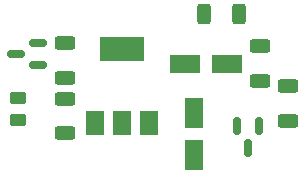
<source format=gtp>
G04 #@! TF.GenerationSoftware,KiCad,Pcbnew,8.0.5*
G04 #@! TF.CreationDate,2024-10-02T19:17:24-04:00*
G04 #@! TF.ProjectId,pcb_chip,7063625f-6368-4697-902e-6b696361645f,rev?*
G04 #@! TF.SameCoordinates,Original*
G04 #@! TF.FileFunction,Paste,Top*
G04 #@! TF.FilePolarity,Positive*
%FSLAX46Y46*%
G04 Gerber Fmt 4.6, Leading zero omitted, Abs format (unit mm)*
G04 Created by KiCad (PCBNEW 8.0.5) date 2024-10-02 19:17:24*
%MOMM*%
%LPD*%
G01*
G04 APERTURE LIST*
G04 Aperture macros list*
%AMRoundRect*
0 Rectangle with rounded corners*
0 $1 Rounding radius*
0 $2 $3 $4 $5 $6 $7 $8 $9 X,Y pos of 4 corners*
0 Add a 4 corners polygon primitive as box body*
4,1,4,$2,$3,$4,$5,$6,$7,$8,$9,$2,$3,0*
0 Add four circle primitives for the rounded corners*
1,1,$1+$1,$2,$3*
1,1,$1+$1,$4,$5*
1,1,$1+$1,$6,$7*
1,1,$1+$1,$8,$9*
0 Add four rect primitives between the rounded corners*
20,1,$1+$1,$2,$3,$4,$5,0*
20,1,$1+$1,$4,$5,$6,$7,0*
20,1,$1+$1,$6,$7,$8,$9,0*
20,1,$1+$1,$8,$9,$2,$3,0*%
G04 Aperture macros list end*
%ADD10RoundRect,0.250000X0.312500X0.625000X-0.312500X0.625000X-0.312500X-0.625000X0.312500X-0.625000X0*%
%ADD11RoundRect,0.150000X-0.150000X0.587500X-0.150000X-0.587500X0.150000X-0.587500X0.150000X0.587500X0*%
%ADD12RoundRect,0.250000X-0.625000X0.312500X-0.625000X-0.312500X0.625000X-0.312500X0.625000X0.312500X0*%
%ADD13RoundRect,0.250000X0.625000X-0.312500X0.625000X0.312500X-0.625000X0.312500X-0.625000X-0.312500X0*%
%ADD14RoundRect,0.250000X-1.050000X-0.550000X1.050000X-0.550000X1.050000X0.550000X-1.050000X0.550000X0*%
%ADD15RoundRect,0.250000X0.450000X-0.262500X0.450000X0.262500X-0.450000X0.262500X-0.450000X-0.262500X0*%
%ADD16RoundRect,0.150000X0.587500X0.150000X-0.587500X0.150000X-0.587500X-0.150000X0.587500X-0.150000X0*%
%ADD17RoundRect,0.250000X-0.550000X1.050000X-0.550000X-1.050000X0.550000X-1.050000X0.550000X1.050000X0*%
%ADD18R,1.500000X2.000000*%
%ADD19R,3.800000X2.000000*%
G04 APERTURE END LIST*
D10*
X136133300Y-93726000D03*
X133208300Y-93726000D03*
D11*
X137856000Y-103202500D03*
X135956000Y-103202500D03*
X136906000Y-105077500D03*
D12*
X137922000Y-96429100D03*
X137922000Y-99354100D03*
D13*
X121412000Y-99125500D03*
X121412000Y-96200500D03*
D14*
X131550000Y-97917000D03*
X135150000Y-97917000D03*
D12*
X140309600Y-99832700D03*
X140309600Y-102757700D03*
D15*
X117449600Y-102664900D03*
X117449600Y-100839900D03*
D13*
X121412000Y-103824500D03*
X121412000Y-100899500D03*
D16*
X119149100Y-98028800D03*
X119149100Y-96128800D03*
X117274100Y-97078800D03*
D17*
X132384800Y-102086000D03*
X132384800Y-105686000D03*
D18*
X123938000Y-102972000D03*
X126238000Y-102972000D03*
D19*
X126238000Y-96672000D03*
D18*
X128538000Y-102972000D03*
M02*

</source>
